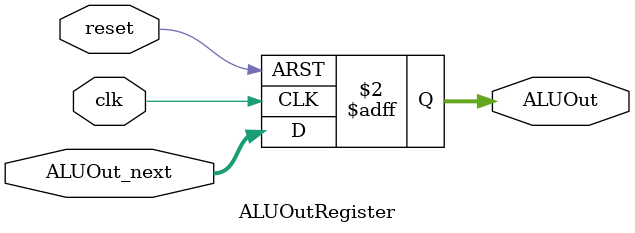
<source format=v>
module ALUOutRegister(
    input clk,
    input reset,
    input [31:0] ALUOut_next,

    output reg [31:0] ALUOut
);

    always @(posedge clk or posedge reset)
        begin
            if (reset)
                ALUOut <= 32'd0;
            else
                ALUOut <= ALUOut_next;
        end
endmodule

</source>
